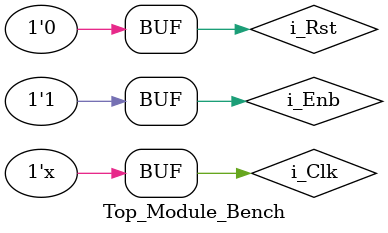
<source format=v>
module Top_Module_Bench();

	reg i_Clk;
	reg i_Rst;
	reg i_Enb;
	//wire [31:0] ov_Data_R1;
	//wire [31:0] ov_Data_R2;
Top_Module Top_Module(
	.i_Clk(i_Clk),
	.i_Rst(i_Rst),
	.i_Enb(i_Enb)
	//.ov_Data_R1(ov_Data_R1),
	//.ov_Data_R2(ov_Data_R2)
);

initial
begin
	i_Clk = 0;
	i_Rst = 1;
	i_Enb = 1;
	#120;
	i_Rst = 0;
	
end 

always 
begin
	i_Clk = ~i_Clk;
	#20;
end


endmodule 
</source>
